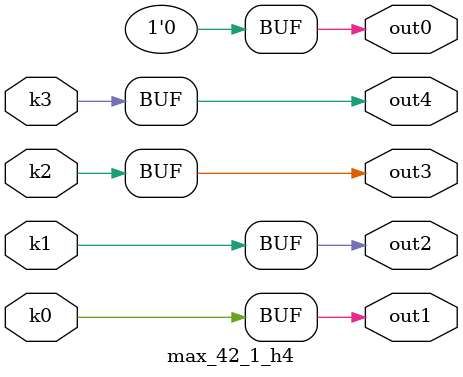
<source format=v>
module max_42_1(pi0, pi1, pi2, pi3, pi4, pi5, pi6, pi7, pi8, po0, po1, po2, po3, po4);
input pi0, pi1, pi2, pi3, pi4, pi5, pi6, pi7, pi8;
output po0, po1, po2, po3, po4;
wire k0, k1, k2, k3;
max_42_1_w4 DUT1 (pi0, pi1, pi2, pi3, pi4, pi5, pi6, pi7, pi8, k0, k1, k2, k3);
max_42_1_h4 DUT2 (k0, k1, k2, k3, po0, po1, po2, po3, po4);
endmodule

module max_42_1_w4(in8, in7, in6, in5, in4, in3, in2, in1, in0, k3, k2, k1, k0);
input in8, in7, in6, in5, in4, in3, in2, in1, in0;
output k3, k2, k1, k0;
assign k0 =   in6 & in0;
assign k1 =   in0 ? ~in7 : ~in4;
assign k2 =   in0 ? ~in8 : ~in5;
assign k3 =   ~in1 & ((((in8 & (~in5 | in2)) | (~in5 & in2)) & (in6 | ~in3) & (in7 | ~in4)) | (in7 & ~in4 & (in6 | ~in3)) | (in6 & ~in3));
endmodule

module max_42_1_h4(k3, k2, k1, k0, out4, out3, out2, out1, out0);
input k3, k2, k1, k0;
output out4, out3, out2, out1, out0;
assign out0 = 0;
assign out1 = k0;
assign out2 = k1;
assign out3 = k2;
assign out4 = k3;
endmodule

</source>
